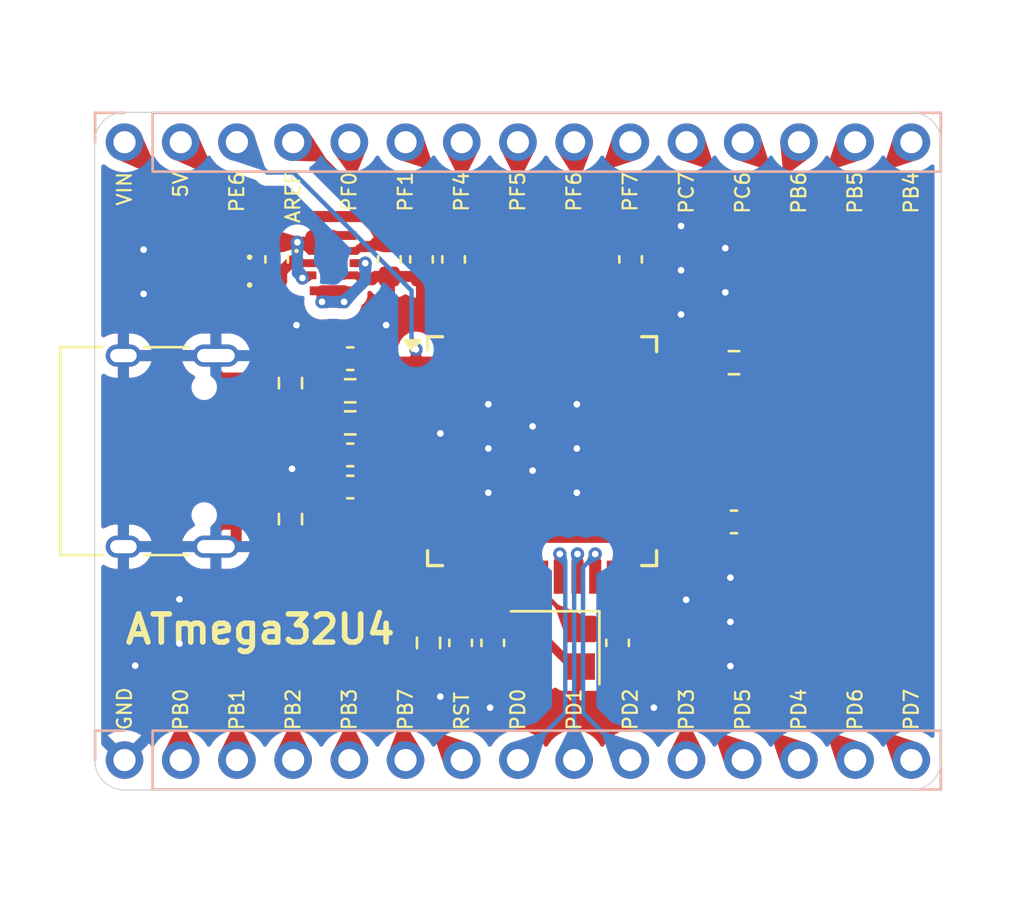
<source format=kicad_pcb>
(kicad_pcb (version 20241229) (generator "pcbnew") (generator_version "9.0")
  (layers (0 "F.Cu" signal) (2 "B.Cu" signal) (13 "F.Paste" user) (15 "B.Paste" user) (5 "F.SilkS" user "F.Silkscreen") (7 "B.SilkS" user "B.Silkscreen") (1 "F.Mask" user) (3 "B.Mask" user) (25 "Edge.Cuts" user))
  (net 0 "")
  (net 1 "GND")
  (net 2 "/VBUS")
  (net 3 "+5V")
  (net 4 "Net-(U1-UCAP)")
  (net 5 "/XTAL2")
  (net 6 "/XTAL1")
  (net 7 "Net-(D1-K)")
  (net 8 "/VDBG")
  (net 10 "Net-(J1-CC1)")
  (net 12 "/D-")
  (net 13 "/D+")
  (net 14 "Net-(J1-CC2)")
  (net 15 "Net-(PS1-L2)")
  (net 16 "Net-(U1-D+)")
  (net 17 "Net-(U1-D-)")
  (net 18 "/RST")
  (net 19 "Net-(U1-~{HWB}{slash}PE2)")
  (net 20 "/PF7")
  (net 21 "/PD2")
  (net 22 "/PB2")
  (net 23 "/PF5")
  (net 24 "/PD3")
  (net 25 "/PD7")
  (net 26 "/PF6")
  (net 27 "/PF0")
  (net 28 "/PD0")
  (net 29 "/PD6")
  (net 30 "/PB4")
  (net 31 "/PD4")
  (net 32 "/AREF")
  (net 33 "/PE6")
  (net 34 "/PC6")
  (net 35 "/PB1")
  (net 36 "/PD5")
  (net 37 "/PC7")
  (net 38 "/PF4")
  (net 39 "/PB5")
  (net 40 "/PB3")
  (net 41 "/PB6")
  (net 42 "/PB7")
  (net 43 "/PF1")
  (net 44 "/PB0")
  (net 45 "/PD1")
  (footprint "Connector_USB:USB_C_Receptacle_HRO_TYPE-C-31-M-12" (layer "F.Cu") (at 117.428 54.6 -90)
    (property "Reference" "J1" (hide yes))
    (property "Value" "USB_C_Receptacle_USB2.0_16P" (hide yes))
  )
  (footprint "Capacitor_SMD:C_0603_1608Metric" (layer "F.Cu") (at 126.629 56.223 180)
    (property "Reference" "C1" (hide yes))
    (property "Value" "10u" (hide yes))
  )
  (footprint "Resistor_SMD:R_0603_1608Metric" (layer "F.Cu") (at 126.629 51.87)
    (property "Reference" "R2" (hide yes))
    (property "Value" "22" (hide yes))
  )
  (footprint "Resistor_SMD:R_0603_1608Metric" (layer "F.Cu") (at 143.971 50.6)
    (property "Reference" "R6" (hide yes))
    (property "Value" "10k" (hide yes))
  )
  (footprint "Resistor_SMD:R_0603_1608Metric" (layer "F.Cu") (at 123.928 51.525 90)
    (property "Reference" "R3" (hide yes))
    (property "Value" "5.1k" (hide yes))
  )
  (footprint "Library:CDBVRL140-HF" (layer "F.Cu") (at 121.73 46.909 180)
    (property "Reference" "D1" (hide yes))
    (property "Value" "D_Schottky" (hide yes))
  )
  (footprint "Library:CDBVRL140-HF" (layer "F.Cu") (at 121.73 45.649 180)
    (property "Reference" "D2" (hide yes))
    (property "Value" "D_Schottky" (hide yes))
  )
  (footprint "Capacitor_SMD:C_0603_1608Metric" (layer "F.Cu") (at 143.971 57.8)
    (property "Reference" "C2" (hide yes))
    (property "Value" "100n" (hide yes))
  )
  (footprint "Capacitor_SMD:C_0603_1608Metric" (layer "F.Cu") (at 126.629 54.772 180)
    (property "Reference" "C7" (hide yes))
    (property "Value" "1u" (hide yes))
  )
  (footprint "Resistor_SMD:R_0603_1608Metric" (layer "F.Cu") (at 123.928 57.675 -90)
    (property "Reference" "R4" (hide yes))
    (property "Value" "5.1k" (hide yes))
  )
  (footprint "Capacitor_SMD:C_0603_1608Metric" (layer "F.Cu") (at 131.3 45.929 90)
    (property "Reference" "C4" (hide yes))
    (property "Value" "100n" (hide yes))
  )
  (footprint "Capacitor_SMD:C_0603_1608Metric" (layer "F.Cu") (at 129.849 45.929 -90)
    (property "Reference" "C12" (hide yes))
    (property "Value" "10u" (hide yes))
  )
  (footprint "MYRBP500080W21RD:MYRBP500080W21RD" (layer "F.Cu") (at 125.851 46.099 -90)
    (property "Reference" "PS1" (hide yes))
    (property "Value" "MYRBP500080W21RD" (hide yes))
  )
  (footprint "Capacitor_SMD:C_0603_1608Metric" (layer "F.Cu") (at 126.629 50.419 180)
    (property "Reference" "C6" (hide yes))
    (property "Value" "4.7u" (hide yes))
  )
  (footprint "Capacitor_SMD:C_0603_1608Metric" (layer "F.Cu") (at 138.711 63.271 -90)
    (property "Reference" "C9" (hide yes))
    (property "Value" "22p" (hide yes))
  )
  (footprint "Capacitor_SMD:C_0603_1608Metric" (layer "F.Cu") (at 131.618 63.271 -90)
    (property "Reference" "C3" (hide yes))
    (property "Value" "100n" (hide yes))
  )
  (footprint "Package_QFP:TQFP-44_10x10mm_P0.8mm" (layer "F.Cu") (at 135.3 54.6)
    (property "Reference" "U1" (hide yes))
    (property "Value" "ATmega32U4-A" (hide yes))
  )
  (footprint "Capacitor_SMD:C_0603_1608Metric" (layer "F.Cu") (at 133.069 63.271 -90)
    (property "Reference" "C8" (hide yes))
    (property "Value" "22p" (hide yes))
  )
  (footprint "Capacitor_SMD:C_0603_1608Metric" (layer "F.Cu") (at 123.304 45.929 -90)
    (property "Reference" "C10" (hide yes))
    (property "Value" "10u" (hide yes))
  )
  (footprint "Capacitor_SMD:C_0603_1608Metric" (layer "F.Cu") (at 139.3 45.929 90)
    (property "Reference" "C5" (hide yes))
    (property "Value" "100n" (hide yes))
  )
  (footprint "Capacitor_SMD:C_0603_1608Metric" (layer "F.Cu") (at 128.398 45.929 -90)
    (property "Reference" "C11" (hide yes))
    (property "Value" "10u" (hide yes))
  )
  (footprint "Resistor_SMD:R_0603_1608Metric" (layer "F.Cu") (at 126.629 53.321)
    (property "Reference" "R1" (hide yes))
    (property "Value" "22" (hide yes))
  )
  (footprint "Resistor_SMD:R_0603_1608Metric" (layer "F.Cu") (at 130.167 63.271 90)
    (property "Reference" "R5" (hide yes))
    (property "Value" "10k" (hide yes))
  )
  (footprint "Crystal:Crystal_SMD_3225-4Pin_3.2x2.5mm" (layer "F.Cu") (at 135.89 63.491 180)
    (property "Reference" "Y1" (hide yes))
    (property "Value" "16M" (hide yes))
  )
  (footprint "Connector_PinHeader_2.54mm:PinHeader_1x15_P2.54mm_Vertical" (layer "B.Cu") (at 116.428 40.63 -90)
    (property "Reference" "J2" (hide yes))
    (property "Value" "Conn_01x15" (hide yes))
  )
  (footprint "Connector_PinHeader_2.54mm:PinHeader_1x15_P2.54mm_Vertical" (layer "B.Cu") (at 116.428 68.57 -90)
    (property "Reference" "J3" (hide yes))
    (property "Value" "Conn_01x15" (hide yes))
  )
  (gr_line (start 151.988 69.92) (end 116.429 69.92) (stroke (width 0.05)) (layer "Edge.Cuts"))
  (gr_line (start 153.338 40.63) (end 153.338 68.57) (stroke (width 0.05)) (layer "Edge.Cuts"))
  (gr_line (start 115.079 68.57) (end 115.079 40.63) (stroke (width 0.05)) (layer "Edge.Cuts"))
  (gr_arc (start 153.338 68.57) (mid 152.942594 69.524594) (end 151.988 69.92) (stroke (width 0.05)) (layer "Edge.Cuts"))
  (gr_arc (start 116.429 69.92) (mid 115.474406 69.524594) (end 115.079 68.57) (stroke (width 0.05)) (layer "Edge.Cuts"))
  (gr_arc (start 151.988 39.28) (mid 152.942594 39.675406) (end 153.338 40.63) (stroke (width 0.05)) (layer "Edge.Cuts"))
  (gr_line (start 116.429 39.28) (end 151.988 39.28) (stroke (width 0.05)) (layer "Edge.Cuts"))
  (gr_arc (start 115.079 40.63) (mid 115.474406 39.675406) (end 116.429 39.28) (stroke (width 0.05)) (layer "Edge.Cuts"))
  (gr_text "PD7" (at 151.988 67.284119 90) (layer "F.SilkS") (effects (font (size 0.635 0.635) (thickness 0.1)) (justify left)))
  (gr_text "PC6" (at 144.363 41.915881 90) (layer "F.SilkS") (effects (font (size 0.635 0.635) (thickness 0.1)) (justify right)))
  (gr_text "PB6" (at 146.903 41.915881 90) (layer "F.SilkS") (effects (font (size 0.635 0.635) (thickness 0.1)) (justify right)))
  (gr_text "PD3" (at 141.828 67.284119 90) (layer "F.SilkS") (effects (font (size 0.635 0.635) (thickness 0.1)) (justify left)))
  (gr_text "PB2" (at 124.048 67.284119 90) (layer "F.SilkS") (effects (font (size 0.635 0.635) (thickness 0.1)) (justify left)))
  (gr_text "PB1" (at 121.508 67.284119 90) (layer "F.SilkS") (effects (font (size 0.635 0.635) (thickness 0.1)) (justify left)))
  (gr_text "PD6" (at 149.448 67.284119 90) (layer "F.SilkS") (effects (font (size 0.635 0.635) (thickness 0.1)) (justify left)))
  (gr_text "PF6" (at 136.743 41.915881 90) (layer "F.SilkS") (effects (font (size 0.635 0.635) (thickness 0.1)) (justify right)))
  (gr_text "PD0" (at 134.208 67.284119 90) (layer "F.SilkS") (effects (font (size 0.635 0.635) (thickness 0.1)) (justify left)))
  (gr_text "PB5" (at 149.443 41.915881 90) (layer "F.SilkS") (effects (font (size 0.635 0.635) (thickness 0.1)) (justify right)))
  (gr_text "AREF" (at 124.043 41.915881 90) (layer "F.SilkS") (effects (font (size 0.635 0.635) (thickness 0.1)) (justify right)))
  (gr_text "PF0" (at 126.583 41.915881 90) (layer "F.SilkS") (effects (font (size 0.635 0.635) (thickness 0.1)) (justify right)))
  (gr_text "ATmega32U4" (at 116.35 63.4 0) (layer "F.SilkS") (effects (font (size 1.27 1.27) (thickness 0.254) (bold yes)) (justify left bottom)))
  (gr_text "PB3" (at 126.588 67.284119 90) (layer "F.SilkS") (effects (font (size 0.635 0.635) (thickness 0.1)) (justify left)))
  (gr_text "PD1" (at 136.748 67.284119 90) (layer "F.SilkS") (effects (font (size 0.635 0.635) (thickness 0.1)) (justify left)))
  (gr_text "PD2" (at 139.288 67.284119 90) (layer "F.SilkS") (effects (font (size 0.635 0.635) (thickness 0.1)) (justify left)))
  (gr_text "PF7" (at 139.283 41.915881 90) (layer "F.SilkS") (effects (font (size 0.635 0.635) (thickness 0.1)) (justify right)))
  (gr_text "5V" (at 118.963 41.915881 90) (layer "F.SilkS") (effects (font (size 0.635 0.635) (thickness 0.1)) (justify right)))
  (gr_text "PF4" (at 131.663 41.915881 90) (layer "F.SilkS") (effects (font (size 0.635 0.635) (thickness 0.1)) (justify right)))
  (gr_text "PB7" (at 129.128 67.284119 90) (layer "F.SilkS") (effects (font (size 0.635 0.635) (thickness 0.1)) (justify left)))
  (gr_text "PD5" (at 144.368 67.284119 90) (layer "F.SilkS") (effects (font (size 0.635 0.635) (thickness 0.1)) (justify left)))
  (gr_text "PB4" (at 151.983 41.915881 90) (layer "F.SilkS") (effects (font (size 0.635 0.635) (thickness 0.1)) (justify right)))
  (gr_text "PF1" (at 129.123 41.915881 90) (layer "F.SilkS") (effects (font (size 0.635 0.635) (thickness 0.1)) (justify right)))
  (gr_text "PC7" (at 141.823 41.915881 90) (layer "F.SilkS") (effects (font (size 0.635 0.635) (thickness 0.1)) (justify right)))
  (gr_text "PD4" (at 146.908 67.284119 90) (layer "F.SilkS") (effects (font (size 0.635 0.635) (thickness 0.1)) (justify left)))
  (gr_text "VIN" (at 116.423 41.915881 90) (layer "F.SilkS") (effects (font (size 0.635 0.635) (thickness 0.1)) (justify right)))
  (gr_text "PB0" (at 118.968 67.284119 90) (layer "F.SilkS") (effects (font (size 0.635 0.635) (thickness 0.1)) (justify left)))
  (gr_text "RST" (at 131.668 67.284119 90) (layer "F.SilkS") (effects (font (size 0.635 0.635) (thickness 0.1)) (justify left)))
  (gr_text "PE6" (at 121.503 41.915881 90) (layer "F.SilkS") (effects (font (size 0.635 0.635) (thickness 0.1)) (justify right)))
  (gr_text "PF5" (at 134.203 41.915881 90) (layer "F.SilkS") (effects (font (size 0.635 0.635) (thickness 0.1)) (justify right)))
  (gr_text "GND" (at 116.428 67.284119 90) (layer "F.SilkS") (effects (font (size 0.635 0.635) (thickness 0.1)) (justify left)))
  (segment (start 134.79 62.641) (end 134.973 62.641) (width 0.4) (layer "F.Cu") (net 1))
  (segment (start 139.7 58.6) (end 141 58.6) (width 0.5) (layer "F.Cu") (net 1))
  (segment (start 132.1 50.027) (end 132.174 50.101) (width 0.5) (layer "F.Cu") (net 1))
  (segment (start 120.83614 51.35) (end 120.558 51.07186) (width 0.5) (layer "F.Cu") (net 1))
  (segment (start 133.7 59.364364) (end 134.564364 58.5) (width 0.5) (layer "F.Cu") (net 1))
  (segment (start 133.7 60.3) (end 133.7 59.364364) (width 0.5) (layer "F.Cu") (net 1))
  (segment (start 126.401 46.649) (end 126.789 46.649) (width 0.35) (layer "F.Cu") (net 1))
  (segment (start 127.324999 46.823) (end 127.352 46.850001) (width 0.35) (layer "F.Cu") (net 1))
  (segment (start 123.304 46.704) (end 124.026946 45.981054) (width 0.5) (layer "F.Cu") (net 1))
  (segment (start 125.851 46.099) (end 126.401 46.649) (width 0.35) (layer "F.Cu") (net 1))
  (segment (start 129.6 53.8) (end 130.7 53.8) (width 0.5) (layer "F.Cu") (net 1))
  (segment (start 124.026946 45.981054) (end 124.2745 45.981054) (width 0.5) (layer "F.Cu") (net 1))
  (segment (start 120.83614 57.85) (end 121.473 57.85) (width 0.5) (layer "F.Cu") (net 1))
  (segment (start 126.789 46.649) (end 126.916 46.649) (width 0.35) (layer "F.Cu") (net 1))
  (segment (start 138.399 50.101) (end 138.5 50) (width 0.5) (layer "F.Cu") (net 1))
  (segment (start 132.174 50.101) (end 138.399 50.101) (width 0.5) (layer "F.Cu") (net 1))
  (segment (start 124.392446 46.099) (end 124.2745 45.981054) (width 0.35) (layer "F.Cu") (net 1))
  (segment (start 138.5 50) (end 138.5 48.9) (width 0.5) (layer "F.Cu") (net 1))
  (segment (start 132.1 47.341242) (end 132.226 47.215242) (width 0.5) (layer "F.Cu") (net 1))
  (segment (start 138.5 47.726) (end 138.162 47.388) (width 0.5) (layer "F.Cu") (net 1))
  (segment (start 121.473 51.35) (end 120.83614 51.35) (width 0.5) (layer "F.Cu") (net 1))
  (segment (start 132.226 47.215242) (end 132.226 46.72) (width 0.5) (layer "F.Cu") (net 1))
  (segment (start 134.564364 58.5) (end 139.6 58.5) (width 0.5) (layer "F.Cu") (net 1))
  (segment (start 124.913 46.099) (end 125.851 46.099) (width 0.35) (layer "F.Cu") (net 1))
  (segment (start 120.558 51.07186) (end 120.558 50.28) (width 0.5) (layer "F.Cu") (net 1))
  (segment (start 132.1 48.9) (end 132.1 50.027) (width 0.5) (layer "F.Cu") (net 1))
  (segment (start 127.09 46.823) (end 127.324999 46.823) (width 0.35) (layer "F.Cu") (net 1))
  (segment (start 132.1 48.9) (end 132.1 47.341242) (width 0.5) (layer "F.Cu") (net 1))
  (segment (start 139.6 58.5) (end 139.7 58.6) (width 0.5) (layer "F.Cu") (net 1))
  (segment (start 136.673 64.341) (end 136.99 64.341) (width 0.4) (layer "F.Cu") (net 1))
  (segment (start 124.913 46.099) (end 124.392446 46.099) (width 0.35) (layer "F.Cu") (net 1))
  (segment (start 127.618295 46.850001) (end 127.352 46.850001) (width 0.5) (layer "F.Cu") (net 1))
  (segment (start 132.226 46.192758) (end 132.226 46.08) (width 0.5) (layer "F.Cu") (net 1))
  (segment (start 126.916 46.649) (end 127.09 46.823) (width 0.35) (layer "F.Cu") (net 1))
  (segment (start 134.973 62.641) (end 136.673 64.341) (width 0.4) (layer "F.Cu") (net 1))
  (segment (start 120.558 58.12814) (end 120.83614 57.85) (width 0.5) (layer "F.Cu") (net 1))
  (segment (start 132.226 46.08) (end 131.3 45.154) (width 0.5) (layer "F.Cu") (net 1))
  (segment (start 132.226 46.72) (end 132.226 46.192758) (width 0.5) (layer "F.Cu") (net 1))
  (segment (start 127.764296 46.704) (end 127.618295 46.850001) (width 0.5) (layer "F.Cu") (net 1))
  (segment (start 128.398 46.704) (end 127.764296 46.704) (width 0.5) (layer "F.Cu") (net 1))
  (segment (start 138.5 48.9) (end 138.5 47.726) (width 0.5) (layer "F.Cu") (net 1))
  (segment (start 120.558 58.92) (end 120.558 58.12814) (width 0.5) (layer "F.Cu") (net 1))
  (via (at 118.91 63.3) (size 0.6) (drill 0.3) (layers "F.Cu" "B.Cu") (net 1))
  (via (at 132.87 54.48) (size 0.6) (drill 0.3) (layers "F.Cu" "B.Cu") (net 1))
  (via (at 116.91 64.3) (size 0.6) (drill 0.3) (layers "F.Cu" "B.Cu") (net 1))
  (via (at 141.58 44.42) (size 0.6) (drill 0.3) (layers "F.Cu" "B.Cu") (net 1))
  (via (at 132.95 66.2) (size 0.6) (drill 0.3) (layers "F.Cu" "B.Cu") (net 1))
  (via (at 118.91 61.3) (size 0.6) (drill 0.3) (layers "F.Cu" "B.Cu") (net 1))
  (via (at 141.58 46.42) (size 0.6) (drill 0.3) (layers "F.Cu" "B.Cu") (net 1))
  (via (at 134.87 53.48) (size 0.6) (drill 0.3) (layers "F.Cu" "B.Cu") (net 1))
  (via (at 132.87 52.48) (size 0.6) (drill 0.3) (layers "F.Cu" "B.Cu") (net 1))
  (via (at 124.2 48.9) (size 0.6) (drill 0.3) (layers "F.Cu" "B.Cu") (net 1))
  (via (at 141.81 61.32) (size 0.6) (drill 0.3) (layers "F.Cu" "B.Cu") (net 1))
  (via (at 136.87 56.48) (size 0.6) (drill 0.3) (layers "F.Cu" "B.Cu") (net 1))
  (via (at 124 55.4) (size 0.6) (drill 0.3) (layers "F.Cu" "B.Cu") (net 1))
  (via (at 128.25 48.9) (size 0.6) (drill 0.3) (layers "F.Cu" "B.Cu") (net 1))
  (via (at 136.87 52.48) (size 0.6) (drill 0.3) (layers "F.Cu" "B.Cu") (net 1))
  (via (at 134.87 55.48) (size 0.6) (drill 0.3) (layers "F.Cu" "B.Cu") (net 1))
  (via (at 117.29 47.49) (size 0.6) (drill 0.3) (layers "F.Cu" "B.Cu") (net 1))
  (via (at 143.81 62.32) (size 0.6) (drill 0.3) (layers "F.Cu" "B.Cu") (net 1))
  (via (at 141.58 48.42) (size 0.6) (drill 0.3) (layers "F.Cu" "B.Cu") (net 1))
  (via (at 143.81 60.32) (size 0.6) (drill 0.3) (layers "F.Cu" "B.Cu") (net 1))
  (via (at 143.81 64.32) (size 0.6) (drill 0.3) (layers "F.Cu" "B.Cu") (net 1))
  (via (at 136.87 54.48) (size 0.6) (drill 0.3) (layers "F.Cu" "B.Cu") (net 1))
  (via (at 143.58 47.42) (size 0.6) (drill 0.3) (layers "F.Cu" "B.Cu") (net 1))
  (via (at 117.29 45.49) (size 0.6) (drill 0.3) (layers "F.Cu" "B.Cu") (net 1))
  (via (at 130.7 53.8) (size 0.6) (drill 0.3) (layers "F.Cu" "B.Cu") (net 1))
  (via (at 130.7 65.7) (size 0.6) (drill 0.3) (layers "F.Cu" "B.Cu") (net 1))
  (via (at 132.87 56.48) (size 0.6) (drill 0.3) (layers "F.Cu" "B.Cu") (net 1))
  (via (at 143.58 45.42) (size 0.6) (drill 0.3) (layers "F.Cu" "B.Cu") (net 1))
  (via (at 140.35 66.2) (size 0.6) (drill 0.3) (layers "F.Cu" "B.Cu") (net 1))
  (segment (start 122.726804 57.05) (end 123.351804 57.675) (width 0.5) (layer "F.Cu") (net 2))
  (segment (start 128.227 55.4) (end 127.404 56.223) (width 0.5) (layer "F.Cu") (net 2))
  (segment (start 122.349 52.15) (end 122.649 51.85) (width 0.5) (layer "F.Cu") (net 2))
  (segment (start 120.68543 57.05) (end 119.946 56.31057) (width 0.4) (layer "F.Cu") (net 2))
  (segment (start 124.863484 57.245) (end 126.382 57.245) (width 0.4) (layer "F.Cu") (net 2))
  (segment (start 122.649 51.85) (end 122.649 49.56) (width 0.5) (layer "F.Cu") (net 2))
  (segment (start 123.351804 57.675) (end 123.38716 57.710356) (width 0.4) (layer "F.Cu") (net 2))
  (segment (start 120.68543 52.15) (end 121.473 52.15) (width 0.4) (layer "F.Cu") (net 2))
  (segment (start 124.409484 57.699) (end 124.863484 57.245) (width 0.4) (layer "F.Cu") (net 2))
  (segment (start 121.473 57.05) (end 120.68543 57.05) (width 0.4) (layer "F.Cu") (net 2))
  (segment (start 129.6 55.4) (end 128.227 55.4) (width 0.5) (layer "F.Cu") (net 2))
  (segment (start 119.946 56.31057) (end 119.946 52.88943) (width 0.4) (layer "F.Cu") (net 2))
  (segment (start 120.26 47.171) (end 120.26 46.509) (width 0.5) (layer "F.Cu") (net 2))
  (segment (start 123.398516 57.699) (end 124.409484 57.699) (width 0.4) (layer "F.Cu") (net 2))
  (segment (start 122.649 49.56) (end 120.26 47.171) (width 0.5) (layer "F.Cu") (net 2))
  (segment (start 121.473 57.05) (end 122.726804 57.05) (width 0.5) (layer "F.Cu") (net 2))
  (segment (start 123.38716 57.710356) (end 123.398516 57.699) (width 0.4) (layer "F.Cu") (net 2))
  (segment (start 121.473 52.15) (end 122.349 52.15) (width 0.5) (layer "F.Cu") (net 2))
  (segment (start 126.382 57.245) (end 127.404 56.223) (width 0.4) (layer "F.Cu") (net 2))
  (segment (start 119.946 52.88943) (end 120.68543 52.15) (width 0.4) (layer "F.Cu") (net 2))
  (segment (start 128.398 45.154) (end 129.849 45.154) (width 0.5) (layer "F.Cu") (net 3))
  (segment (start 131.618 62.496) (end 130.167 63.947) (width 0.5) (layer "F.Cu") (net 3))
  (segment (start 127.027211 45.423001) (end 127.234 45.423001) (width 0.35) (layer "F.Cu") (net 3))
  (segment (start 132.9 60.3) (end 132.9 61.214) (width 0.5) (layer "F.Cu") (net 3))
  (segment (start 131.3 50.827) (end 130.727 51.4) (width 0.5) (layer "F.Cu") (net 3))
  (segment (start 127.618295 45.348001) (end 127.238999 45.348001) (width 0.5) (layer "F.Cu") (net 3))
  (segment (start 127.812296 45.154) (end 127.618295 45.348001) (width 0.5) (layer "F.Cu") (net 3))
  (segment (start 127.236 43.992) (end 122.33 43.992) (width 0.5) (layer "F.Cu") (net 3))
  (segment (start 139.3 57.8) (end 139.3 48.9) (width 0.5) (layer "F.Cu") (net 3))
  (segment (start 128.385 51.4) (end 127.404 50.419) (width 0.5) (layer "F.Cu") (net 3))
  (segment (start 139.3 48.9) (end 139.3 46.704) (width 0.5) (layer "F.Cu") (net 3))
  (segment (start 122.33 43.992) (end 118.968 40.63) (width 0.5) (layer "F.Cu") (net 3))
  (segment (start 141 57.8) (end 143.196 57.8) (width 0.5) (layer "F.Cu") (net 3))
  (segment (start 132.9 60.3) (end 132.9 59.173) (width 0.5) (layer "F.Cu") (net 3))
  (segment (start 130.727 51.4) (end 129.6 51.4) (width 0.5) (layer "F.Cu") (net 3))
  (segment (start 128.398 45.154) (end 127.236 43.992) (width 0.5) (layer "F.Cu") (net 3))
  (segment (start 131.3 48.9) (end 131.3 50.827) (width 0.5) (layer "F.Cu") (net 3))
  (segment (start 130.167 63.947) (end 130.167 64.096) (width 0.5) (layer "F.Cu") (net 3))
  (segment (start 132.9 61.214) (end 131.618 62.496) (width 0.5) (layer "F.Cu") (net 3))
  (segment (start 129.6 51.4) (end 128.385 51.4) (width 0.5) (layer "F.Cu") (net 3))
  (segment (start 126.901212 45.549) (end 127.027211 45.423001) (width 0.35) (layer "F.Cu") (net 3))
  (segment (start 132.9 59.173) (end 134.273 57.8) (width 0.5) (layer "F.Cu") (net 3))
  (segment (start 131.3 48.9) (end 131.3 46.704) (width 0.5) (layer "F.Cu") (net 3))
  (segment (start 129.849 45.253) (end 131.3 46.704) (width 0.5) (layer "F.Cu") (net 3))
  (segment (start 129.849 45.154) (end 129.849 45.253) (width 0.5) (layer "F.Cu") (net 3))
  (segment (start 126.789 45.549) (end 126.901212 45.549) (width 0.35) (layer "F.Cu") (net 3))
  (segment (start 128.398 45.154) (end 127.812296 45.154) (width 0.5) (layer "F.Cu") (net 3))
  (segment (start 134.273 57.8) (end 141 57.8) (width 0.5) (layer "F.Cu") (net 3))
  (segment (start 131.3 50.827) (end 139.3 50.827) (width 0.5) (layer "F.Cu") (net 3))
  (segment (start 127.576 54.6) (end 127.404 54.772) (width 0.5) (layer "F.Cu") (net 4))
  (segment (start 129.6 54.6) (end 127.576 54.6) (width 0.5) (layer "F.Cu") (net 4))
  (segment (start 133.069 62.496) (end 133.069 62.82089) (width 0.2) (layer "F.Cu") (net 5))
  (segment (start 134.5 61.065) (end 133.069 62.496) (width 0.2) (layer "F.Cu") (net 5))
  (segment (start 134.58911 64.341) (end 134.79 64.341) (width 0.2) (layer "F.Cu") (net 5))
  (segment (start 134.5 60.3) (end 134.5 61.065) (width 0.2) (layer "F.Cu") (net 5))
  (segment (start 133.069 62.82089) (end 134.58911 64.341) (width 0.2) (layer "F.Cu") (net 5))
  (segment (start 136.99 62.641) (end 138.566 62.641) (width 0.2) (layer "F.Cu") (net 6))
  (segment (start 135.3 60.3) (end 135.3 60.951) (width 0.2) (layer "F.Cu") (net 6))
  (segment (start 138.566 62.641) (end 138.711 62.496) (width 0.2) (layer "F.Cu") (net 6))
  (segment (start 135.3 60.951) (end 136.99 62.641) (width 0.2) (layer "F.Cu") (net 6))
  (segment (start 123.209 45.249) (end 123.304 45.154) (width 0.5) (layer "F.Cu") (net 7))
  (segment (start 124.85 44.898) (end 124.85 45.473) (width 0.5) (layer "F.Cu") (net 7))
  (segment (start 121.38 46.509) (end 121.38 45.249) (width 0.5) (layer "F.Cu") (net 7))
  (segment (start 124.24 45.154) (end 124.531 45.154) (width 0.5) (layer "F.Cu") (net 7))
  (segment (start 125.851 44.849) (end 124.899 44.849) (width 0.5) (layer "F.Cu") (net 7))
  (segment (start 124.24 45.154) (end 123.304 45.154) (width 0.5) (layer "F.Cu") (net 7))
  (segment (start 124.531 45.154) (end 124.85 45.473) (width 0.5) (layer "F.Cu") (net 7))
  (segment (start 124.899 44.849) (end 124.85 44.898) (width 0.5) (layer "F.Cu") (net 7))
  (segment (start 124.913 46.649) (end 124.595282 46.649) (width 0.35) (layer "F.Cu") (net 7))
  (segment (start 121.38 45.249) (end 123.209 45.249) (width 0.5) (layer "F.Cu") (net 7))
  (segment (start 124.595282 46.649) (end 124.470282 46.774) (width 0.35) (layer "F.Cu") (net 7))
  (segment (start 123.304 45.154) (end 123.304 45.2565) (width 0.5) (layer "F.Cu") (net 7))
  (via (at 124.470282 46.774) (size 0.6) (drill 0.3) (layers "F.Cu" "B.Cu") (net 7))
  (via (at 124.24 45.154) (size 0.6) (drill 0.3) (layers "F.Cu" "B.Cu") (net 7))
  (segment (start 124.24 46.543718) (end 124.470282 46.774) (width 0.5) (layer "B.Cu") (net 7))
  (segment (start 124.24 45.154) (end 124.24 46.543718) (width 0.5) (layer "B.Cu") (net 7))
  (segment (start 120.26 44.462) (end 120.26 45.249) (width 0.5) (layer "F.Cu") (net 8))
  (segment (start 116.428 40.63) (end 120.26 44.462) (width 0.5) (layer "F.Cu") (net 8))
  (segment (start 121.473 53.35) (end 122.928 53.35) (width 0.2) (layer "F.Cu") (net 10))
  (segment (start 122.928 53.35) (end 123.928 52.35) (width 0.2) (layer "F.Cu") (net 10))
  (segment (start 125.804 51.87) (end 123.799 53.875) (width 0.2) (layer "F.Cu") (net 12))
  (segment (start 120.447 54.801) (end 120.447 53.899) (width 0.2) (layer "F.Cu") (net 12))
  (segment (start 120.447 53.899) (end 120.496 53.85) (width 0.2) (layer "F.Cu") (net 12))
  (segment (start 122.560501 53.85) (end 121.473 53.85) (width 0.2) (layer "F.Cu") (net 12))
  (segment (start 122.585501 53.875) (end 122.560501 53.85) (width 0.2) (layer "F.Cu") (net 12))
  (segment (start 123.799 53.875) (end 122.585501 53.875) (width 0.2) (layer "F.Cu") (net 12))
  (segment (start 121.473 54.85) (end 120.496 54.85) (width 0.2) (layer "F.Cu") (net 12))
  (segment (start 120.496 54.85) (end 120.447 54.801) (width 0.2) (layer "F.Cu") (net 12))
  (segment (start 120.496 53.85) (end 121.473 53.85) (width 0.2) (layer "F.Cu") (net 12))
  (segment (start 124.989397 53.321) (end 123.985397 54.325) (width 0.2) (layer "F.Cu") (net 13))
  (segment (start 122.45 55.35) (end 122.499 55.301) (width 0.2) (layer "F.Cu") (net 13))
  (segment (start 122.560501 54.35) (end 121.473 54.35) (width 0.2) (layer "F.Cu") (net 13))
  (segment (start 122.45 54.35) (end 121.473 54.35) (width 0.2) (layer "F.Cu") (net 13))
  (segment (start 125.804 53.321) (end 124.989397 53.321) (width 0.2) (layer "F.Cu") (net 13))
  (segment (start 123.985397 54.325) (end 122.585501 54.325) (width 0.2) (layer "F.Cu") (net 13))
  (segment (start 122.499 55.301) (end 122.499 54.399) (width 0.2) (layer "F.Cu") (net 13))
  (segment (start 122.499 54.399) (end 122.45 54.35) (width 0.2) (layer "F.Cu") (net 13))
  (segment (start 121.473 55.35) (end 122.45 55.35) (width 0.2) (layer "F.Cu") (net 13))
  (segment (start 122.585501 54.325) (end 122.560501 54.35) (width 0.2) (layer "F.Cu") (net 13))
  (segment (start 121.473 56.35) (end 123.428 56.35) (width 0.2) (layer "F.Cu") (net 14))
  (segment (start 123.428 56.35) (end 123.928 56.85) (width 0.2) (layer "F.Cu") (net 14))
  (segment (start 126.351 47.849) (end 126.193 47.849) (width 0.5) (layer "F.Cu") (net 15))
  (segment (start 126.789001 46.099001) (end 126.789 46.099) (width 0.35) (layer "F.Cu") (net 15))
  (segment (start 126.351 47.349) (end 125.851 47.349) (width 0.5) (layer "F.Cu") (net 15))
  (segment (start 125.351 47.849) (end 126.351 47.849) (width 0.5) (layer "F.Cu") (net 15))
  (segment (start 127.30722 46.099001) (end 126.789001 46.099001) (width 0.35) (layer "F.Cu") (net 15))
  (segment (start 126.351 47.849) (end 126.351 47.349) (width 0.5) (layer "F.Cu") (net 15))
  (segment (start 126.193 47.849) (end 126.142 47.798) (width 0.5) (layer "F.Cu") (net 15))
  (segment (start 125.351 47.849) (end 125.351 47.349) (width 0.5) (layer "F.Cu") (net 15))
  (segment (start 125.351 47.349) (end 125.851 47.349) (width 0.5) (layer "F.Cu") (net 15))
  (via (at 126.351 47.849) (size 0.6) (drill 0.3) (layers "F.Cu" "B.Cu") (net 15))
  (via (at 127.30722 46.099001) (size 0.6) (drill 0.3) (layers "F.Cu" "B.Cu") (net 15))
  (via (at 125.351 47.849) (size 0.6) (drill 0.3) (layers "F.Cu" "B.Cu") (net 15))
  (segment (start 126.351 47.849) (end 127.30722 46.89278) (width 0.5) (layer "B.Cu") (net 15))
  (segment (start 127.30722 46.89278) (end 127.30722 46.099001) (width 0.5) (layer "B.Cu") (net 15))
  (segment (start 126.351 47.849) (end 125.351 47.849) (width 0.5) (layer "B.Cu") (net 15))
  (segment (start 127.454 53.321) (end 127.775 53) (width 0.2) (layer "F.Cu") (net 16))
  (segment (start 127.775 53) (end 129.6 53) (width 0.2) (layer "F.Cu") (net 16))
  (segment (start 127.784 52.2) (end 129.6 52.2) (width 0.2) (layer "F.Cu") (net 17))
  (segment (start 127.454 51.87) (end 127.784 52.2) (width 0.2) (layer "F.Cu") (net 17))
  (segment (start 129.391 66.293) (end 131.668 68.57) (width 0.2) (layer "F.Cu") (net 18))
  (segment (start 132.1 61.234768) (end 131.589768 61.745) (width 0.2) (layer "F.Cu") (net 18))
  (segment (start 129.391 63.222) (end 129.391 65.569) (width 0.2) (layer "F.Cu") (net 18))
  (segment (start 131.589768 61.745) (end 130.868 61.745) (width 0.2) (layer "F.Cu") (net 18))
  (segment (start 130.868 61.745) (end 130.167 62.446) (width 0.2) (layer "F.Cu") (net 18))
  (segment (start 130.167 62.446) (end 129.391 63.222) (width 0.2) (layer "F.Cu") (net 18))
  (segment (start 130.167 62.446) (end 130.217 62.396) (width 0.2) (layer "F.Cu") (net 18))
  (segment (start 132.1 60.3) (end 132.1 61.234768) (width 0.2) (layer "F.Cu") (net 18))
  (segment (start 129.391 65.569) (end 129.391 66.293) (width 0.2) (layer "F.Cu") (net 18))
  (segment (start 141 50.6) (end 143.146 50.6) (width 0.5) (layer "F.Cu") (net 19))
  (segment (start 137.7 48.9) (end 137.7 48.251) (width 0.2) (layer "F.Cu") (net 20))
  (segment (start 137.7 48.251) (end 137.301 47.852) (width 0.2) (layer "F.Cu") (net 20))
  (segment (start 137.301 47.852) (end 137.301 42.617) (width 0.2) (layer "F.Cu") (net 20))
  (segment (start 137.301 42.617) (end 139.288 40.63) (width 0.2) (layer "F.Cu") (net 20))
  (segment (start 137.7 60.3) (end 137.7 59.25) (width 0.2) (layer "F.Cu") (net 21))
  (via (at 137.7 59.25) (size 0.6) (drill 0.3) (layers "F.Cu" "B.Cu") (net 21))
  (segment (start 137.149 66.431) (end 139.288 68.57) (width 0.2) (layer "B.Cu") (net 21))
  (segment (start 137.149 59.850943) (end 137.149 63.789) (width 0.2) (layer "B.Cu") (net 21))
  (segment (start 137.149 63.789) (end 137.149 66.431) (width 0.2) (layer "B.Cu") (net 21))
  (segment (start 137.7 59.25) (end 137.7 59.299943) (width 0.2) (layer "B.Cu") (net 21))
  (segment (start 137.7 59.299943) (end 137.501 59.498943) (width 0.2) (layer "B.Cu") (net 21))
  (segment (start 137.501 59.498943) (end 137.149 59.850943) (width 0.2) (layer "B.Cu") (net 21))
  (segment (start 128.1842 57.8) (end 124.048 61.9362) (width 0.2) (layer "F.Cu") (net 22))
  (segment (start 129.6 57.8) (end 128.1842 57.8) (width 0.2) (layer "F.Cu") (net 22))
  (segment (start 124.048 61.9362) (end 124.048 68.57) (width 0.2) (layer "F.Cu") (net 22))
  (segment (start 136.1 46.46049) (end 134.208 44.56849) (width 0.2) (layer "F.Cu") (net 23))
  (segment (start 136.1 48.9) (end 136.1 46.46049) (width 0.2) (layer "F.Cu") (net 23))
  (segment (start 134.208 44.56849) (end 134.208 40.63) (width 0.2) (layer "F.Cu") (net 23))
  (segment (start 138.5 60.3) (end 138.5 61.05989) (width 0.2) (layer "F.Cu") (net 24))
  (segment (start 141.828 64.38789) (end 141.828 68.57) (width 0.2) (layer "F.Cu") (net 24))
  (segment (start 138.5 61.05989) (end 141.828 64.38789) (width 0.2) (layer "F.Cu") (net 24))
  (segment (start 144.70531 55.4) (end 146.299 56.99369) (width 0.2) (layer "F.Cu") (net 25))
  (segment (start 146.299 62.881) (end 151.988 68.57) (width 0.2) (layer "F.Cu") (net 25))
  (segment (start 141 55.4) (end 144.70531 55.4) (width 0.2) (layer "F.Cu") (net 25))
  (segment (start 146.299 56.99369) (end 146.299 62.881) (width 0.2) (layer "F.Cu") (net 25))
  (segment (start 136.9 40.782) (end 136.748 40.63) (width 0.2) (layer "F.Cu") (net 26))
  (segment (start 136.9 48.9) (end 136.9 40.782) (width 0.2) (layer "F.Cu") (net 26))
  (segment (start 126.588 41.997668) (end 126.588 40.63) (width 0.2) (layer "F.Cu") (net 27))
  (segment (start 131.94021 44.002) (end 128.592332 44.002) (width 0.2) (layer "F.Cu") (net 27))
  (segment (start 133.7 45.76179) (end 131.94021 44.002) (width 0.2) (layer "F.Cu") (net 27))
  (segment (start 128.592332 44.002) (end 126.588 41.997668) (width 0.2) (layer "F.Cu") (net 27))
  (segment (start 133.7 48.9) (end 133.7 45.76179) (width 0.2) (layer "F.Cu") (net 27))
  (segment (start 136.1 60.3) (end 136.1 59.25) (width 0.2) (layer "F.Cu") (net 28))
  (via (at 136.1 59.25) (size 0.6) (drill 0.3) (layers "F.Cu" "B.Cu") (net 28))
  (segment (start 136.347 66.431) (end 134.208 68.57) (width 0.2) (layer "B.Cu") (net 28))
  (segment (start 136.347 59.546943) (end 136.347 66.431) (width 0.2) (layer "B.Cu") (net 28))
  (segment (start 136.1 59.25) (end 136.1 59.299943) (width 0.2) (layer "B.Cu") (net 28))
  (segment (start 136.1 59.299943) (end 136.347 59.546943) (width 0.2) (layer "B.Cu") (net 28))
  (segment (start 144.93821 56.2) (end 145.898 57.15979) (width 0.2) (layer "F.Cu") (net 29))
  (segment (start 141 56.2) (end 144.93821 56.2) (width 0.2) (layer "F.Cu") (net 29))
  (segment (start 145.898 65.02) (end 149.448 68.57) (width 0.2) (layer "F.Cu") (net 29))
  (segment (start 145.898 57.15979) (end 145.898 65.02) (width 0.2) (layer "F.Cu") (net 29))
  (segment (start 147.101 45.517) (end 151.988 40.63) (width 0.2) (layer "F.Cu") (net 30))
  (segment (start 141 54.6) (end 144.253464 54.6) (width 0.2) (layer "F.Cu") (net 30))
  (segment (start 144.253464 54.6) (end 147.101 51.752464) (width 0.2) (layer "F.Cu") (net 30))
  (segment (start 147.101 51.752464) (end 147.101 45.517) (width 0.2) (layer "F.Cu") (net 30))
  (segment (start 141 57) (end 145.17111 57) (width 0.2) (layer "F.Cu") (net 31))
  (segment (start 145.17111 57) (end 145.497 57.32589) (width 0.2) (layer "F.Cu") (net 31))
  (segment (start 145.497 67.159) (end 146.908 68.57) (width 0.2) (layer "F.Cu") (net 31))
  (segment (start 145.497 57.32589) (end 145.497 67.159) (width 0.2) (layer "F.Cu") (net 31))
  (segment (start 132.9 45.52889) (end 131.77411 44.403) (width 0.2) (layer "F.Cu") (net 32))
  (segment (start 132.9 48.9) (end 132.9 45.52889) (width 0.2) (layer "F.Cu") (net 32))
  (segment (start 128.426232 44.403) (end 124.653232 40.63) (width 0.2) (layer "F.Cu") (net 32))
  (segment (start 124.653232 40.63) (end 124.048 40.63) (width 0.2) (layer "F.Cu") (net 32))
  (segment (start 131.77411 44.403) (end 128.426232 44.403) (width 0.2) (layer "F.Cu") (net 32))
  (segment (start 129.6 50.6) (end 129.6 50) (width 0.2) (layer "F.Cu") (net 33))
  (via (at 129.6 50) (size 0.6) (drill 0.3) (layers "F.Cu" "B.Cu") (net 33))
  (segment (start 129.399 47.340838) (end 124.058162 42) (width 0.2) (layer "B.Cu") (net 33))
  (segment (start 129.399 49.799) (end 129.399 47.340838) (width 0.2) (layer "B.Cu") (net 33))
  (segment (start 124.058162 42) (end 122.878 42) (width 0.2) (layer "B.Cu") (net 33))
  (segment (start 129.6 50) (end 129.399 49.799) (width 0.2) (layer "B.Cu") (net 33))
  (segment (start 122.878 42) (end 121.508 40.63) (width 0.2) (layer "B.Cu") (net 33))
  (segment (start 141 52.2) (end 144.952164 52.2) (width 0.2) (layer "F.Cu") (net 34))
  (segment (start 144.952164 52.2) (end 145.898 51.254164) (width 0.2) (layer "F.Cu") (net 34))
  (segment (start 145.898 42.16) (end 144.368 40.63) (width 0.2) (layer "F.Cu") (net 34))
  (segment (start 145.898 51.254164) (end 145.898 42.16) (width 0.2) (layer "F.Cu") (net 34))
  (segment (start 128.4171 57) (end 121.508 63.9091) (width 0.2) (layer "F.Cu") (net 35))
  (segment (start 129.6 57) (end 128.4171 57) (width 0.2) (layer "F.Cu") (net 35))
  (segment (start 121.508 63.9091) (end 121.508 68.57) (width 0.2) (layer "F.Cu") (net 35))
  (segment (start 142.229 64.55399) (end 142.229 66.431) (width 0.2) (layer "F.Cu") (net 36))
  (segment (start 141.9941 63.98689) (end 142.229 64.22179) (width 0.2) (layer "F.Cu") (net 36))
  (segment (start 142.229 64.441) (end 142.229 64.55399) (width 0.2) (layer "F.Cu") (net 36))
  (segment (start 142.229 64.22179) (end 142.229 64.441) (width 0.2) (layer "F.Cu") (net 36))
  (segment (start 139.3 61.29279) (end 141.9941 63.98689) (width 0.2) (layer "F.Cu") (net 36))
  (segment (start 139.3 60.3) (end 139.3 61.29279) (width 0.2) (layer "F.Cu") (net 36))
  (segment (start 142.229 66.431) (end 144.368 68.57) (width 0.2) (layer "F.Cu") (net 36))
  (segment (start 141 51.4) (end 145.185064 51.4) (width 0.2) (layer "F.Cu") (net 37))
  (segment (start 145.185064 51.4) (end 145.497 51.088064) (width 0.2) (layer "F.Cu") (net 37))
  (segment (start 145.497 44.299) (end 141.828 40.63) (width 0.2) (layer "F.Cu") (net 37))
  (segment (start 145.497 51.088064) (end 145.497 44.299) (width 0.2) (layer "F.Cu") (net 37))
  (segment (start 135.3 48.9) (end 135.3 46.22759) (width 0.2) (layer "F.Cu") (net 38))
  (segment (start 135.3 46.22759) (end 131.668 42.59559) (width 0.2) (layer "F.Cu") (net 38))
  (segment (start 131.668 42.59559) (end 131.668 40.63) (width 0.2) (layer "F.Cu") (net 38))
  (segment (start 144.486364 53.8) (end 146.7 51.586364) (width 0.2) (layer "F.Cu") (net 39))
  (segment (start 146.7 43.378) (end 149.448 40.63) (width 0.2) (layer "F.Cu") (net 39))
  (segment (start 141 53.8) (end 144.486364 53.8) (width 0.2) (layer "F.Cu") (net 39))
  (segment (start 146.7 51.586364) (end 146.7 43.378) (width 0.2) (layer "F.Cu") (net 39))
  (segment (start 129.6 58.6) (end 127.9513 58.6) (width 0.2) (layer "F.Cu") (net 40))
  (segment (start 126.588 59.9633) (end 126.588 68.57) (width 0.2) (layer "F.Cu") (net 40))
  (segment (start 127.9513 58.6) (end 126.588 59.9633) (width 0.2) (layer "F.Cu") (net 40))
  (segment (start 146.299 51.420264) (end 146.299 41.239) (width 0.2) (layer "F.Cu") (net 41))
  (segment (start 141 53) (end 144.719264 53) (width 0.2) (layer "F.Cu") (net 41))
  (segment (start 146.299 41.239) (end 146.908 40.63) (width 0.2) (layer "F.Cu") (net 41))
  (segment (start 144.719264 53) (end 146.299 51.420264) (width 0.2) (layer "F.Cu") (net 41))
  (segment (start 131.3 60.3) (end 131.123936 60.3) (width 0.2) (layer "F.Cu") (net 42))
  (segment (start 128.99 68.432) (end 129.128 68.57) (width 0.2) (layer "F.Cu") (net 42))
  (segment (start 131.123936 60.3) (end 128.99 62.433936) (width 0.2) (layer "F.Cu") (net 42))
  (segment (start 128.99 68.822) (end 129.128 68.96) (width 0.2) (layer "F.Cu") (net 42))
  (segment (start 128.99 62.433936) (end 128.99 68.432) (width 0.2) (layer "F.Cu") (net 42))
  (segment (start 134.5 45.99469) (end 129.13531 40.63) (width 0.2) (layer "F.Cu") (net 43))
  (segment (start 129.13531 40.63) (end 129.128 40.63) (width 0.2) (layer "F.Cu") (net 43))
  (segment (start 134.5 48.9) (end 134.5 45.99469) (width 0.2) (layer "F.Cu") (net 43))
  (segment (start 129.6 56.2) (end 128.65 56.2) (width 0.2) (layer "F.Cu") (net 44))
  (segment (start 118.968 65.882) (end 118.968 68.57) (width 0.2) (layer "F.Cu") (net 44))
  (segment (start 128.65 56.2) (end 118.968 65.882) (width 0.2) (layer "F.Cu") (net 44))
  (segment (start 136.9 60.3) (end 136.9 59.25) (width 0.2) (layer "F.Cu") (net 45))
  (via (at 136.9 59.25) (size 0.6) (drill 0.3) (layers "F.Cu" "B.Cu") (net 45))
  (segment (start 136.748 59.402) (end 136.748 68.57) (width 0.2) (layer "B.Cu") (net 45))
  (segment (start 136.9 59.25) (end 136.748 59.402) (width 0.2) (layer "B.Cu") (net 45))
  (zone (net 0) (net_name "") (layers "F.Cu" "B.Cu") (connect_pads (clearance 0)) (min_thickness 0.25)
    (keepout (tracks allowed) (vias allowed) (pads allowed) (copperpour not_allowed) (footprints allowed))
    (fill (thermal_gap 0.5) (thermal_bridge_width 0.5))
    (polygon (pts (xy 116.47 68.69) (xy 116.47 69.79) (xy 118.2 69.79) (xy 118.2 69.54) (xy 117.35 68.69)))
  )
  (zone (net 1) (net_name "GND") (layers "F.Cu" "B.Cu") (connect_pads (clearance 0.5)) (min_thickness 0.2) (fill yes (thermal_gap 0.5) (thermal_bridge_width 0.5))
    (polygon (pts (xy 110.8 34.2) (xy 110.8 75) (xy 157.1 75) (xy 157.1 34.2)))
  )
)
</source>
